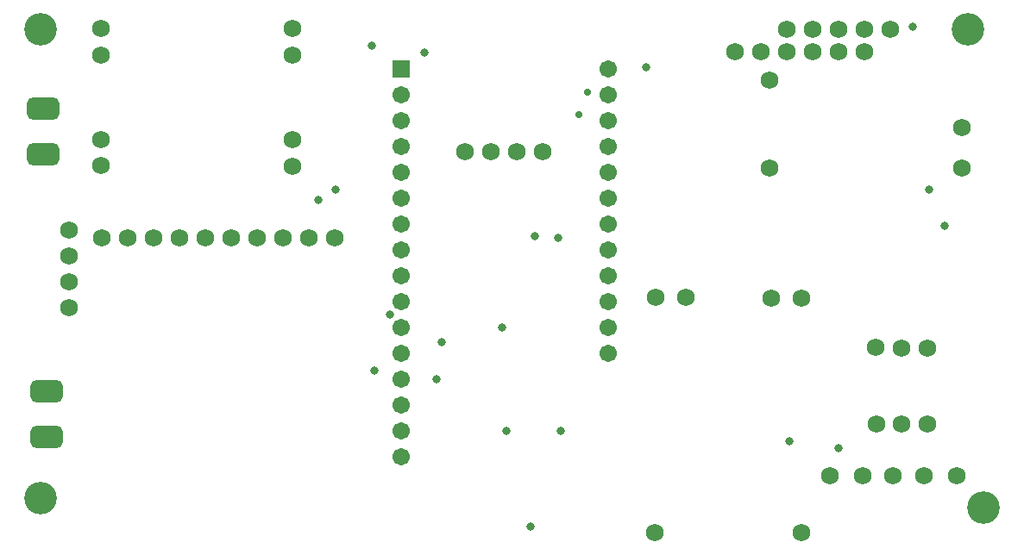
<source format=gbs>
G04*
G04 #@! TF.GenerationSoftware,Altium Limited,Altium Designer,21.0.8 (223)*
G04*
G04 Layer_Color=16711935*
%FSLAX24Y24*%
%MOIN*%
G70*
G04*
G04 #@! TF.SameCoordinates,F666B87A-DE90-4157-A89C-B26E4A6581EA*
G04*
G04*
G04 #@! TF.FilePolarity,Negative*
G04*
G01*
G75*
%ADD14C,0.1261*%
%ADD15R,0.0674X0.0674*%
%ADD16C,0.0674*%
%ADD17C,0.0680*%
%ADD18C,0.0280*%
%ADD19C,0.0330*%
G04:AMPARAMS|DCode=30|XSize=86.7mil|YSize=126.1mil|CornerRadius=23.7mil|HoleSize=0mil|Usage=FLASHONLY|Rotation=270.000|XOffset=0mil|YOffset=0mil|HoleType=Round|Shape=RoundedRectangle|*
%AMROUNDEDRECTD30*
21,1,0.0867,0.0787,0,0,270.0*
21,1,0.0394,0.1261,0,0,270.0*
1,1,0.0474,-0.0394,-0.0197*
1,1,0.0474,-0.0394,0.0197*
1,1,0.0474,0.0394,0.0197*
1,1,0.0474,0.0394,-0.0197*
%
%ADD30ROUNDEDRECTD30*%
D14*
X1772Y20079D02*
D03*
Y1969D02*
D03*
X37598Y20079D02*
D03*
X38189Y1575D02*
D03*
D15*
X15700Y18550D02*
D03*
D16*
Y17550D02*
D03*
Y16550D02*
D03*
Y15550D02*
D03*
Y14550D02*
D03*
Y13550D02*
D03*
Y12550D02*
D03*
Y11550D02*
D03*
Y10550D02*
D03*
Y9550D02*
D03*
Y8550D02*
D03*
Y7550D02*
D03*
Y6550D02*
D03*
Y5550D02*
D03*
Y4550D02*
D03*
Y3550D02*
D03*
X23700Y7550D02*
D03*
Y8550D02*
D03*
Y9550D02*
D03*
Y10550D02*
D03*
Y11550D02*
D03*
Y12550D02*
D03*
Y13550D02*
D03*
Y14550D02*
D03*
Y15550D02*
D03*
Y16550D02*
D03*
Y17550D02*
D03*
Y18550D02*
D03*
D17*
X21161Y15354D02*
D03*
X20161D02*
D03*
X19161D02*
D03*
X18161D02*
D03*
X33601Y19211D02*
D03*
X32602Y19216D02*
D03*
X31599Y19209D02*
D03*
X30601Y19212D02*
D03*
X29601Y19212D02*
D03*
X28601Y19217D02*
D03*
X4093Y14807D02*
D03*
X4098Y15828D02*
D03*
X4090Y19103D02*
D03*
X4095Y20124D02*
D03*
X11498Y14792D02*
D03*
X11503Y15813D02*
D03*
X11495Y19088D02*
D03*
X11500Y20109D02*
D03*
X31176Y608D02*
D03*
X25505Y608D02*
D03*
X31177Y9703D02*
D03*
X29992Y9704D02*
D03*
X26696Y9708D02*
D03*
X25516Y9709D02*
D03*
X34583Y20106D02*
D03*
X33583D02*
D03*
X32583D02*
D03*
X31583D02*
D03*
X30583D02*
D03*
X37357Y14740D02*
D03*
X37350Y16300D02*
D03*
X29916Y14740D02*
D03*
X29932Y18128D02*
D03*
X4134Y12008D02*
D03*
X5134D02*
D03*
X6134D02*
D03*
X7134D02*
D03*
X8134D02*
D03*
X10134D02*
D03*
X11117D02*
D03*
X12117D02*
D03*
X13117D02*
D03*
X9134D02*
D03*
X37174Y2836D02*
D03*
X32253D02*
D03*
X33533D02*
D03*
X34714D02*
D03*
X35895D02*
D03*
X35039Y7769D02*
D03*
X34040Y7774D02*
D03*
X36046Y7767D02*
D03*
X34050Y4837D02*
D03*
X36048Y4839D02*
D03*
X35039Y4830D02*
D03*
X2852Y12322D02*
D03*
Y11322D02*
D03*
Y10322D02*
D03*
Y9322D02*
D03*
D18*
X22900Y17650D02*
D03*
X22550Y16800D02*
D03*
D19*
X17250Y8000D02*
D03*
X17050Y6550D02*
D03*
X19600Y8550D02*
D03*
X12500Y13500D02*
D03*
X14650Y6897D02*
D03*
X19750Y4550D02*
D03*
X13150Y13900D02*
D03*
X14550Y19450D02*
D03*
X16600Y19200D02*
D03*
X21850Y4550D02*
D03*
X15267Y9047D02*
D03*
X21777Y12016D02*
D03*
X30700Y4150D02*
D03*
X25150Y18612D02*
D03*
X32600Y3900D02*
D03*
X35450Y20200D02*
D03*
X36688Y12488D02*
D03*
X20700Y850D02*
D03*
X36100Y13900D02*
D03*
X20850Y12100D02*
D03*
D30*
X1859Y15257D02*
D03*
Y17028D02*
D03*
X1991Y6093D02*
D03*
Y4322D02*
D03*
M02*

</source>
